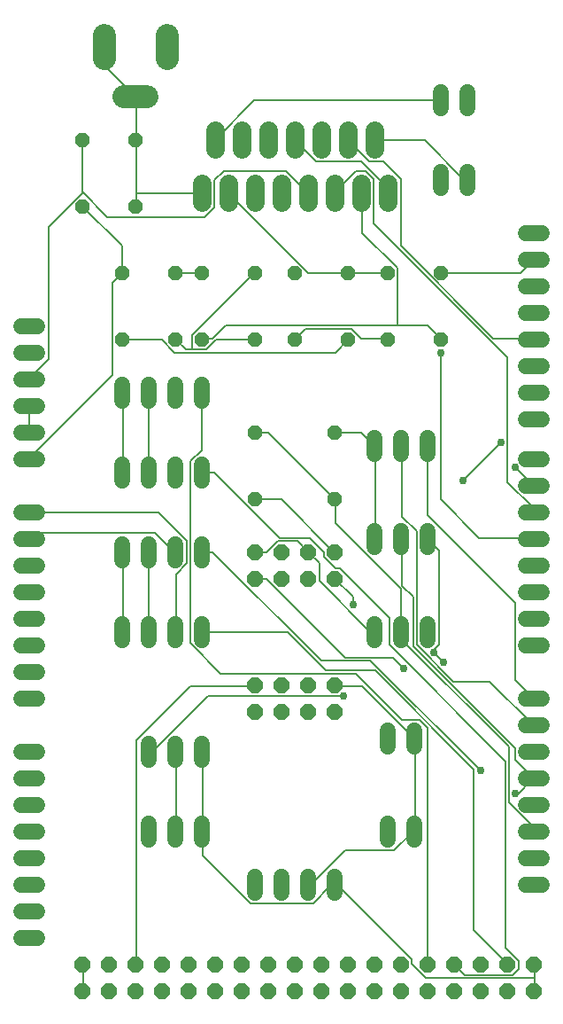
<source format=gbr>
G04 EAGLE Gerber RS-274X export*
G75*
%MOMM*%
%FSLAX34Y34*%
%LPD*%
%INTop Copper*%
%IPPOS*%
%AMOC8*
5,1,8,0,0,1.08239X$1,22.5*%
G01*
%ADD10P,1.429621X8X22.500000*%
%ADD11C,1.800000*%
%ADD12C,1.524000*%
%ADD13P,1.649562X8X202.500000*%
%ADD14C,2.184400*%
%ADD15P,1.649562X8X22.500000*%
%ADD16C,0.152400*%
%ADD17C,0.756400*%


D10*
X317500Y850900D03*
X368300Y850900D03*
X317500Y787400D03*
X368300Y787400D03*
X406400Y723900D03*
X355600Y723900D03*
X482600Y723900D03*
X431800Y723900D03*
X571500Y723900D03*
X520700Y723900D03*
X660400Y723900D03*
X609600Y723900D03*
X660400Y660400D03*
X609600Y660400D03*
X571500Y660400D03*
X520700Y660400D03*
X482600Y660400D03*
X431800Y660400D03*
X406400Y660400D03*
X355600Y660400D03*
D11*
X520700Y841900D02*
X520700Y859900D01*
X533400Y809100D02*
X533400Y791100D01*
X546100Y841900D02*
X546100Y859900D01*
X558800Y809100D02*
X558800Y791100D01*
X571500Y841900D02*
X571500Y859900D01*
X584200Y809100D02*
X584200Y791100D01*
X508000Y791100D02*
X508000Y809100D01*
X495300Y841900D02*
X495300Y859900D01*
X482600Y809100D02*
X482600Y791100D01*
X469900Y841900D02*
X469900Y859900D01*
X457200Y809100D02*
X457200Y791100D01*
X596900Y841900D02*
X596900Y859900D01*
X609600Y809100D02*
X609600Y791100D01*
X444500Y841900D02*
X444500Y859900D01*
X431800Y809100D02*
X431800Y791100D01*
D12*
X274320Y673100D02*
X259080Y673100D01*
X259080Y647700D02*
X274320Y647700D01*
X274320Y622300D02*
X259080Y622300D01*
X259080Y596900D02*
X274320Y596900D01*
X274320Y571500D02*
X259080Y571500D01*
X259080Y546100D02*
X274320Y546100D01*
X274320Y495300D02*
X259080Y495300D01*
X259080Y469900D02*
X274320Y469900D01*
X274320Y444500D02*
X259080Y444500D01*
X259080Y419100D02*
X274320Y419100D01*
X274320Y393700D02*
X259080Y393700D01*
X259080Y368300D02*
X274320Y368300D01*
X274320Y342900D02*
X259080Y342900D01*
X259080Y317500D02*
X274320Y317500D01*
X274320Y266700D02*
X259080Y266700D01*
X259080Y241300D02*
X274320Y241300D01*
X274320Y215900D02*
X259080Y215900D01*
X259080Y190500D02*
X274320Y190500D01*
X274320Y165100D02*
X259080Y165100D01*
X259080Y139700D02*
X274320Y139700D01*
X274320Y114300D02*
X259080Y114300D01*
X259080Y88900D02*
X274320Y88900D01*
X741680Y139700D02*
X756920Y139700D01*
X756920Y165100D02*
X741680Y165100D01*
X741680Y190500D02*
X756920Y190500D01*
X756920Y215900D02*
X741680Y215900D01*
X741680Y241300D02*
X756920Y241300D01*
X756920Y266700D02*
X741680Y266700D01*
X741680Y292100D02*
X756920Y292100D01*
X756920Y317500D02*
X741680Y317500D01*
X741680Y368300D02*
X756920Y368300D01*
X756920Y393700D02*
X741680Y393700D01*
X741680Y419100D02*
X756920Y419100D01*
X756920Y444500D02*
X741680Y444500D01*
X741680Y469900D02*
X756920Y469900D01*
X756920Y495300D02*
X741680Y495300D01*
X741680Y520700D02*
X756920Y520700D01*
X756920Y546100D02*
X741680Y546100D01*
X741680Y584200D02*
X756920Y584200D01*
X756920Y609600D02*
X741680Y609600D01*
X741680Y635000D02*
X756920Y635000D01*
X756920Y660400D02*
X741680Y660400D01*
X741680Y685800D02*
X756920Y685800D01*
X756920Y711200D02*
X741680Y711200D01*
X741680Y736600D02*
X756920Y736600D01*
X756920Y762000D02*
X741680Y762000D01*
D13*
X749300Y63500D03*
X749300Y38100D03*
X723900Y63500D03*
X723900Y38100D03*
X698500Y63500D03*
X698500Y38100D03*
X673100Y63500D03*
X673100Y38100D03*
X647700Y63500D03*
X647700Y38100D03*
X622300Y63500D03*
X622300Y38100D03*
X596900Y63500D03*
X596900Y38100D03*
X571500Y63500D03*
X571500Y38100D03*
X546100Y63500D03*
X546100Y38100D03*
X520700Y63500D03*
X520700Y38100D03*
X495300Y63500D03*
X495300Y38100D03*
X469900Y63500D03*
X469900Y38100D03*
X444500Y63500D03*
X444500Y38100D03*
X419100Y63500D03*
X419100Y38100D03*
X393700Y63500D03*
X393700Y38100D03*
X368300Y63500D03*
X368300Y38100D03*
X342900Y63500D03*
X342900Y38100D03*
X317500Y63500D03*
X317500Y38100D03*
D14*
X357378Y891800D02*
X379222Y891800D01*
X338300Y928878D02*
X338300Y950722D01*
X398300Y950722D02*
X398300Y928878D01*
D12*
X355600Y388620D02*
X355600Y373380D01*
X381000Y373380D02*
X381000Y388620D01*
X406400Y388620D02*
X406400Y373380D01*
X431800Y373380D02*
X431800Y388620D01*
X355600Y449580D02*
X355600Y464820D01*
X381000Y464820D02*
X381000Y449580D01*
X406400Y449580D02*
X406400Y464820D01*
X431800Y464820D02*
X431800Y449580D01*
X355600Y525780D02*
X355600Y541020D01*
X381000Y541020D02*
X381000Y525780D01*
X406400Y525780D02*
X406400Y541020D01*
X431800Y541020D02*
X431800Y525780D01*
X355600Y601980D02*
X355600Y617220D01*
X381000Y617220D02*
X381000Y601980D01*
X406400Y601980D02*
X406400Y617220D01*
X431800Y617220D02*
X431800Y601980D01*
X609600Y198120D02*
X609600Y182880D01*
X635000Y182880D02*
X635000Y198120D01*
X609600Y271780D02*
X609600Y287020D01*
X635000Y287020D02*
X635000Y271780D01*
X660400Y881380D02*
X660400Y896620D01*
X685800Y896620D02*
X685800Y881380D01*
X660400Y820420D02*
X660400Y805180D01*
X685800Y805180D02*
X685800Y820420D01*
D15*
X482600Y304800D03*
X508000Y304800D03*
X533400Y304800D03*
X558800Y304800D03*
X482600Y330200D03*
X508000Y330200D03*
X533400Y330200D03*
X558800Y330200D03*
D12*
X381000Y198120D02*
X381000Y182880D01*
X406400Y182880D02*
X406400Y198120D01*
X431800Y198120D02*
X431800Y182880D01*
X381000Y259080D02*
X381000Y274320D01*
X406400Y274320D02*
X406400Y259080D01*
X431800Y259080D02*
X431800Y274320D01*
X596900Y373380D02*
X596900Y388620D01*
X622300Y388620D02*
X622300Y373380D01*
X647700Y373380D02*
X647700Y388620D01*
X596900Y462280D02*
X596900Y477520D01*
X622300Y477520D02*
X622300Y462280D01*
X647700Y462280D02*
X647700Y477520D01*
X596900Y551180D02*
X596900Y566420D01*
X622300Y566420D02*
X622300Y551180D01*
X647700Y551180D02*
X647700Y566420D01*
D13*
X558800Y457200D03*
X533400Y457200D03*
X508000Y457200D03*
X482600Y457200D03*
X558800Y431800D03*
X533400Y431800D03*
X508000Y431800D03*
X482600Y431800D03*
D10*
X482600Y508000D03*
X558800Y508000D03*
X482600Y571500D03*
X558800Y571500D03*
D12*
X482600Y147320D02*
X482600Y132080D01*
X508000Y132080D02*
X508000Y147320D01*
X533400Y147320D02*
X533400Y132080D01*
X558800Y132080D02*
X558800Y147320D01*
D16*
X431800Y723900D02*
X406400Y723900D01*
X481584Y888492D02*
X659892Y888492D01*
X481584Y888492D02*
X445008Y851916D01*
X659892Y888492D02*
X660400Y889000D01*
X445008Y851916D02*
X444500Y850900D01*
X571500Y723900D02*
X609600Y723900D01*
X533400Y723900D02*
X457200Y800100D01*
X533400Y723900D02*
X571500Y723900D01*
X681228Y813816D02*
X685800Y813816D01*
X681228Y813816D02*
X644652Y850392D01*
X597408Y850392D01*
X685800Y813816D02*
X685800Y812800D01*
X597408Y850392D02*
X596900Y850900D01*
X393192Y659892D02*
X356616Y659892D01*
X393192Y659892D02*
X405384Y647700D01*
X559308Y647700D01*
X571500Y659892D01*
X356616Y659892D02*
X355600Y660400D01*
X571500Y659892D02*
X571500Y660400D01*
X441960Y661416D02*
X432816Y661416D01*
X441960Y661416D02*
X454152Y673608D01*
X618744Y673608D02*
X647700Y673608D01*
X618744Y673608D02*
X454152Y673608D01*
X647700Y673608D02*
X659892Y661416D01*
X432816Y661416D02*
X431800Y660400D01*
X659892Y661416D02*
X660400Y660400D01*
X585216Y762000D02*
X585216Y800100D01*
X585216Y762000D02*
X618744Y728472D01*
X618744Y673608D01*
X585216Y800100D02*
X584200Y800100D01*
X536448Y140208D02*
X533400Y140208D01*
X536448Y140208D02*
X568452Y172212D01*
X615696Y172212D01*
X633984Y190500D01*
X533400Y140208D02*
X533400Y139700D01*
X633984Y190500D02*
X635000Y190500D01*
X635508Y190500D02*
X635508Y278892D01*
X635000Y279400D01*
X635000Y190500D02*
X635508Y190500D01*
X585216Y329184D02*
X559308Y329184D01*
X585216Y329184D02*
X635000Y279400D01*
X559308Y329184D02*
X558800Y330200D01*
X318516Y62484D02*
X318516Y38100D01*
X317500Y38100D01*
X318516Y62484D02*
X317500Y63500D01*
X406908Y190500D02*
X406908Y266700D01*
X406908Y190500D02*
X406400Y190500D01*
X406400Y266700D02*
X406908Y266700D01*
X381000Y381000D02*
X381000Y457200D01*
X558800Y571500D02*
X583692Y571500D01*
X595884Y559308D01*
X596900Y558800D01*
X493776Y457200D02*
X482600Y457200D01*
X493776Y457200D02*
X504444Y467868D01*
X522732Y467868D01*
X533400Y457200D01*
X597408Y470916D02*
X597408Y557784D01*
X596900Y558800D01*
X597408Y470916D02*
X596900Y469900D01*
X596900Y381000D02*
X592836Y381000D01*
X544068Y429768D01*
X544068Y446532D01*
X533400Y457200D01*
X266700Y571500D02*
X266700Y596900D01*
X445008Y659892D02*
X481584Y659892D01*
X445008Y659892D02*
X435864Y650748D01*
X422148Y650748D02*
X416052Y650748D01*
X422148Y650748D02*
X435864Y650748D01*
X416052Y650748D02*
X406400Y660400D01*
X481584Y659892D02*
X482600Y660400D01*
X381000Y609600D02*
X381000Y533400D01*
X368808Y800100D02*
X368808Y850392D01*
X368808Y800100D02*
X368808Y787908D01*
X368300Y787400D01*
X368808Y850392D02*
X368300Y850900D01*
X368808Y851916D02*
X368808Y891540D01*
X368300Y891800D01*
X368808Y851916D02*
X368300Y850900D01*
X338328Y922020D02*
X338328Y938784D01*
X338328Y922020D02*
X367284Y893064D01*
X338328Y938784D02*
X338300Y939800D01*
X367284Y893064D02*
X368300Y891800D01*
X660400Y723900D02*
X736092Y723900D01*
X748284Y736092D01*
X749300Y736600D01*
X609600Y800100D02*
X609600Y804672D01*
X583692Y830580D01*
X541020Y830580D01*
X520700Y850900D01*
X431800Y800100D02*
X368808Y800100D01*
X422148Y664464D02*
X422148Y650748D01*
X422148Y664464D02*
X481584Y723900D01*
X482600Y723900D01*
X583692Y661416D02*
X609600Y661416D01*
X583692Y661416D02*
X574548Y670560D01*
X530352Y670560D01*
X521208Y661416D01*
X609600Y661416D02*
X609600Y660400D01*
X521208Y661416D02*
X520700Y660400D01*
X355092Y723900D02*
X355092Y749808D01*
X317500Y787400D01*
X345948Y626364D02*
X266700Y547116D01*
X345948Y626364D02*
X345948Y714756D01*
X355092Y723900D01*
X266700Y547116D02*
X266700Y546100D01*
X355092Y723900D02*
X355600Y723900D01*
X749808Y62484D02*
X749808Y50292D01*
X749808Y38100D01*
X749300Y38100D01*
X749808Y62484D02*
X749300Y63500D01*
X432816Y190500D02*
X432816Y266700D01*
X431800Y266700D01*
X554736Y138684D02*
X557784Y138684D01*
X554736Y138684D02*
X537972Y121920D01*
X478536Y121920D01*
X432816Y167640D01*
X432816Y190500D01*
X557784Y138684D02*
X558800Y139700D01*
X432816Y190500D02*
X431800Y190500D01*
X646176Y50292D02*
X749808Y50292D01*
X646176Y50292D02*
X632460Y64008D01*
X632460Y68580D01*
X562356Y138684D01*
X559308Y138684D01*
X558800Y139700D01*
X356616Y381000D02*
X356616Y457200D01*
X356616Y381000D02*
X355600Y381000D01*
X355600Y457200D02*
X356616Y457200D01*
X356616Y533400D02*
X356616Y609600D01*
X356616Y533400D02*
X355600Y533400D01*
X355600Y609600D02*
X356616Y609600D01*
X316992Y800100D02*
X316992Y801624D01*
X316992Y850392D01*
X316992Y800100D02*
X284988Y768096D01*
X284988Y641604D01*
X266700Y623316D01*
X316992Y850392D02*
X317500Y850900D01*
X266700Y623316D02*
X266700Y622300D01*
X512064Y821436D02*
X533400Y800100D01*
X512064Y821436D02*
X452628Y821436D01*
X443484Y812292D01*
X443484Y786384D01*
X434340Y777240D01*
X341376Y777240D01*
X316992Y801624D01*
X681228Y525780D02*
X717804Y562356D01*
D17*
X681228Y525780D03*
X717804Y562356D03*
D16*
X748284Y499872D02*
X748284Y495300D01*
X748284Y499872D02*
X723900Y524256D01*
X723900Y643128D01*
X595884Y771144D01*
X595884Y813816D01*
X588264Y821436D01*
X579120Y821436D01*
X557784Y800100D01*
X748284Y495300D02*
X749300Y495300D01*
X558800Y800100D02*
X557784Y800100D01*
X368808Y277368D02*
X368808Y64008D01*
X368808Y277368D02*
X420624Y329184D01*
X481584Y329184D01*
X368808Y64008D02*
X368300Y63500D01*
X481584Y329184D02*
X482600Y330200D01*
X710184Y661416D02*
X748284Y661416D01*
X710184Y661416D02*
X621792Y749808D01*
X621792Y813816D01*
X605028Y830580D01*
X591312Y830580D01*
X571500Y850392D01*
X748284Y661416D02*
X749300Y660400D01*
X571500Y850392D02*
X571500Y850900D01*
X495300Y571500D02*
X482600Y571500D01*
X495300Y571500D02*
X558800Y508000D01*
X621792Y422148D02*
X621792Y381000D01*
X621792Y422148D02*
X559308Y484632D01*
X559308Y507492D01*
X621792Y381000D02*
X622300Y381000D01*
X559308Y507492D02*
X558800Y508000D01*
X748284Y195072D02*
X748284Y190500D01*
X748284Y195072D02*
X725424Y217932D01*
X725424Y271272D01*
X623316Y373380D01*
X623316Y381000D01*
X748284Y190500D02*
X749300Y190500D01*
X623316Y381000D02*
X622300Y381000D01*
X731520Y227076D02*
X734568Y227076D01*
X748284Y240792D01*
X749300Y241300D01*
X623316Y425196D02*
X623316Y469392D01*
X623316Y425196D02*
X633984Y414528D01*
X633984Y367284D01*
X731520Y269748D01*
X731520Y259080D01*
X749300Y241300D01*
X623316Y469392D02*
X622300Y469900D01*
D17*
X731520Y227076D03*
D16*
X653796Y361188D02*
X653796Y364236D01*
X658368Y368808D01*
X658368Y458724D01*
X647700Y469392D01*
X647700Y469900D01*
X653796Y361188D02*
X662940Y352044D01*
D17*
X653796Y361188D03*
X662940Y352044D03*
D16*
X623316Y490728D02*
X623316Y557784D01*
X623316Y490728D02*
X637032Y477012D01*
X637032Y368808D01*
X672084Y333756D01*
X707136Y333756D01*
X748284Y292608D01*
X623316Y557784D02*
X622300Y558800D01*
X748284Y292608D02*
X749300Y292100D01*
X647700Y492252D02*
X647700Y558800D01*
X647700Y492252D02*
X731520Y408432D01*
X731520Y335280D01*
X749300Y317500D01*
X493776Y431292D02*
X483108Y431292D01*
X493776Y431292D02*
X568452Y356616D01*
X614172Y356616D01*
X624840Y345948D01*
X483108Y431292D02*
X482600Y431800D01*
D17*
X624840Y345948D03*
D16*
X384048Y266700D02*
X381000Y266700D01*
X384048Y266700D02*
X437388Y320040D01*
X566928Y320040D01*
D17*
X566928Y320040D03*
D16*
X696468Y470916D02*
X748284Y470916D01*
X696468Y470916D02*
X659892Y507492D01*
X659892Y647700D01*
X748284Y470916D02*
X749300Y469900D01*
D17*
X659892Y647700D03*
D16*
X576072Y414528D02*
X576072Y406908D01*
X576072Y414528D02*
X558800Y431800D01*
D17*
X576072Y406908D03*
D16*
X406908Y381000D02*
X406908Y435864D01*
X417576Y446532D01*
X417576Y467868D01*
X390144Y495300D01*
X266700Y495300D01*
X406400Y381000D02*
X406908Y381000D01*
X405384Y457200D02*
X387096Y475488D01*
X271272Y475488D01*
X266700Y470916D01*
X405384Y457200D02*
X406400Y457200D01*
X266700Y469900D02*
X266700Y470916D01*
X731520Y537972D02*
X748284Y521208D01*
X749300Y520700D01*
D17*
X731520Y537972D03*
D16*
X513588Y381000D02*
X431800Y381000D01*
X513588Y381000D02*
X550164Y344424D01*
X597408Y344424D01*
X691896Y249936D01*
X691896Y96012D01*
X723900Y64008D01*
X723900Y63500D01*
X441960Y457200D02*
X431800Y457200D01*
X441960Y457200D02*
X545592Y353568D01*
X592836Y353568D01*
X697992Y248412D01*
D17*
X697992Y248412D03*
D16*
X443484Y533400D02*
X431800Y533400D01*
X443484Y533400D02*
X505968Y470916D01*
X534924Y470916D01*
X548640Y457200D01*
X548640Y452628D01*
X559308Y441960D01*
X563880Y441960D01*
X611124Y394716D01*
X611124Y368808D01*
X722376Y257556D01*
X722376Y79248D01*
X734568Y67056D01*
X734568Y59436D01*
X728472Y53340D01*
X682752Y53340D01*
X673608Y62484D01*
X673100Y63500D01*
X431292Y554736D02*
X431292Y609600D01*
X431292Y554736D02*
X420624Y544068D01*
X420624Y370332D01*
X449580Y341376D01*
X579120Y341376D01*
X623316Y297180D01*
X640080Y297180D01*
X647700Y289560D01*
X647700Y63500D01*
X431800Y609600D02*
X431292Y609600D01*
X483108Y507492D02*
X507492Y507492D01*
X557784Y457200D01*
X483108Y507492D02*
X482600Y508000D01*
X557784Y457200D02*
X558800Y457200D01*
M02*

</source>
